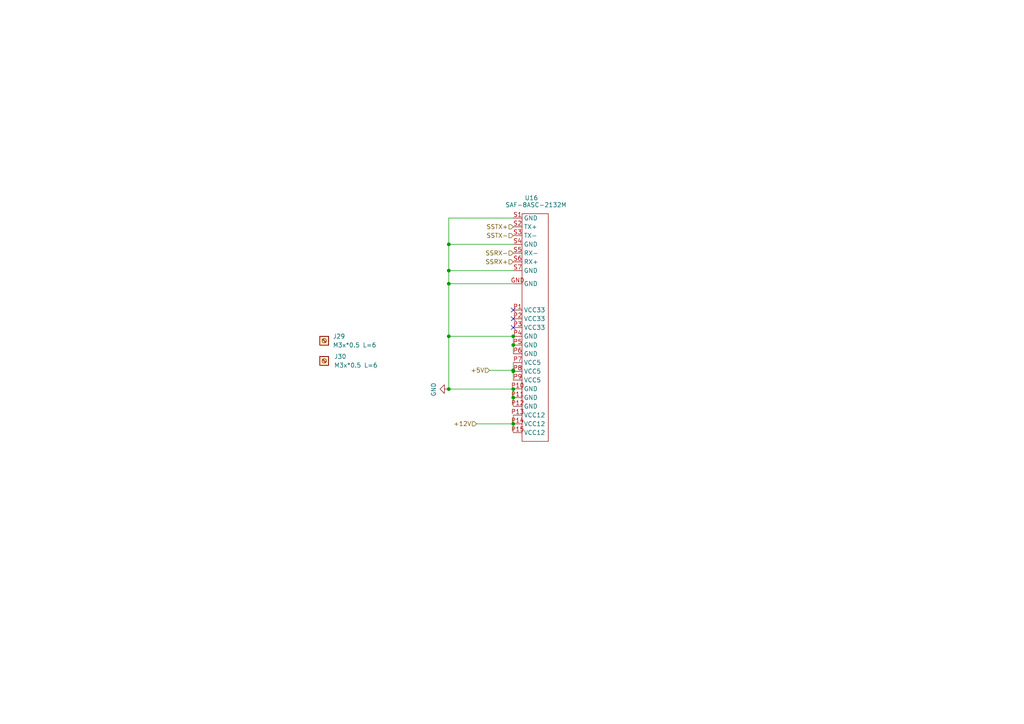
<source format=kicad_sch>
(kicad_sch (version 20231120) (generator "eeschema") (generator_version "8.0")
  (paper "A4")
  (lib_symbols
    (symbol "Connector:Screw_Terminal_01x01" (pin_names (offset 1.016) hide)
      (property "Reference" "J29" (at 2.4847 1.2701 0))
      (property "Value" "M3x*0.5 L=6" (at 2.4847 -1.2699 0))
      (symbol "Screw_Terminal_01x01_1_1"
        (rectangle (start -1.27 1.27) (end 1.27 -1.27) (stroke (width 0.254)) (fill (type background)))
        (polyline (pts (xy -0.5334 0.3302) (xy 0.3302 -0.508)) (stroke (width 0.1524)))
        (polyline (pts (xy -0.3556 0.508) (xy 0.508 -0.3302)) (stroke (width 0.1524)))
        (circle (center 0 0) (radius 0.635) (stroke (width 0.1524)))
      )
    )
    (symbol "SATA:SATA"
      (property "Reference" "U16" (at -1.8016 9.6551 0))
      (property "Value" "5622-1200-ML" (at 1.5004 7.6231 0))
      (symbol "SATA_0_1"
        (rectangle (start -2.54 5.08) (end 5.08 -60.96))
      )
      (symbol "SATA_1_1"
        (pin input line (at -5.08 -15.24 0) (length 2.54) (name "GND") (number "GND"))
        (pin input line (at -5.08 -22.86 0) (length 2.54) (name "VCC33") (number "P1"))
        (pin input line (at -5.08 -45.72 0) (length 2.54) (name "GND") (number "P10"))
        (pin input line (at -5.08 -48.26 0) (length 2.54) (name "GND") (number "P11"))
        (pin input line (at -5.08 -50.8 0) (length 2.54) (name "GND") (number "P12"))
        (pin input line (at -5.08 -53.34 0) (length 2.54) (name "VCC12") (number "P13"))
        (pin input line (at -5.08 -55.88 0) (length 2.54) (name "VCC12") (number "P14"))
        (pin input line (at -5.08 -58.42 0) (length 2.54) (name "VCC12") (number "P15"))
        (pin input line (at -5.08 -25.4 0) (length 2.54) (name "VCC33") (number "P2"))
        (pin input line (at -5.08 -27.94 0) (length 2.54) (name "VCC33") (number "P3"))
        (pin input line (at -5.08 -30.48 0) (length 2.54) (name "GND") (number "P4"))
        (pin input line (at -5.08 -33.02 0) (length 2.54) (name "GND") (number "P5"))
        (pin input line (at -5.08 -35.56 0) (length 2.54) (name "GND") (number "P6"))
        (pin input line (at -5.08 -38.1 0) (length 2.54) (name "VCC5") (number "P7"))
        (pin input line (at -5.08 -40.64 0) (length 2.54) (name "VCC5") (number "P8"))
        (pin input line (at -5.08 -43.18 0) (length 2.54) (name "VCC5") (number "P9"))
        (pin input line (at -5.08 3.81 0) (length 2.54) (name "GND") (number "S1"))
        (pin input line (at -5.08 1.27 0) (length 2.54) (name "TX+") (number "S2"))
        (pin input line (at -5.08 -1.27 0) (length 2.54) (name "TX-") (number "S3"))
        (pin input line (at -5.08 -3.81 0) (length 2.54) (name "GND") (number "S4"))
        (pin input line (at -5.08 -6.35 0) (length 2.54) (name "RX-") (number "S5"))
        (pin input line (at -5.08 -8.89 0) (length 2.54) (name "RX+") (number "S6"))
        (pin input line (at -5.08 -11.43 0) (length 2.54) (name "GND") (number "S7"))
      )
    )
    (symbol "Screw_Terminal_01x01_1" (pin_names (offset 1.016) hide)
      (property "Reference" "J30" (at 2.8515 1.2701 0))
      (property "Value" "M3x*0.5 L=6" (at 2.8515 -1.2699 0))
      (symbol "Screw_Terminal_01x01_1_1_1"
        (rectangle (start -1.27 1.27) (end 1.27 -1.27) (stroke (width 0.254)) (fill (type background)))
        (polyline (pts (xy -0.5334 0.3302) (xy 0.3302 -0.508)) (stroke (width 0.1524)))
        (polyline (pts (xy -0.3556 0.508) (xy 0.508 -0.3302)) (stroke (width 0.1524)))
        (circle (center 0 0) (radius 0.635) (stroke (width 0.1524)))
      )
    )
    (symbol "power:GND" (power) (pin_names (offset 0))
      (property "Value" "GND" (at 0 -3.81 0))
      (symbol "GND_0_1"
        (polyline (pts (xy 0 0) (xy 0 -1.27) (xy 1.27 -1.27) (xy 0 -2.54) (xy -1.27 -1.27) (xy 0 -1.27)))
      )
      (symbol "GND_1_1"
        (pin power_in line (at 0 0 270) (length 0) hide (name "GND") (number "1"))
      )
    )
  )
  (junction (at 148.8676 107.4096))
  (junction (at 130.166 78.4891))
  (junction (at 148.8676 97.5391))
  (junction (at 148.8676 100.0791))
  (junction (at 148.8676 112.8509))
  (junction (at 130.166 70.8691))
  (junction (at 130.166 97.5391))
  (junction (at 130.166 112.8509))
  (junction (at 148.8676 122.9391))
  (junction (at 148.8676 115.3191))
  (junction (at 148.8676 107.6991))
  (junction (at 130.166 82.2991))
  (no_connect (at 148.8676 94.9991))
  (no_connect (at 148.8676 92.4591))
  (no_connect (at 148.8676 89.9191))
  (wire (pts (xy 130.166 112.8509) (xy 148.8676 112.8509)))
  (wire (pts (xy 148.8676 115.3191) (xy 148.8676 117.8591)))
  (wire (pts (xy 148.8676 102.6191) (xy 148.8676 100.0791)))
  (wire (pts (xy 130.166 82.2991) (xy 130.166 97.5391)))
  (wire (pts (xy 148.8676 105.1591) (xy 148.8676 107.4096)))
  (wire (pts (xy 148.8676 112.7791) (xy 148.8676 112.8509)))
  (wire (pts (xy 130.166 97.5391) (xy 130.166 112.8509)))
  (wire (pts (xy 148.8676 107.4096) (xy 148.8676 107.6991)))
  (wire (pts (xy 130.166 78.4891) (xy 130.166 70.8691)))
  (wire (pts (xy 148.8676 120.3991) (xy 148.8676 122.9391)))
  (wire (pts (xy 138.2261 122.9391) (xy 148.8676 122.9391)))
  (wire (pts (xy 130.166 63.2491) (xy 130.166 70.8691)))
  (wire (pts (xy 148.8676 107.4096) (xy 141.9867 107.4096)))
  (wire (pts (xy 148.8676 97.5391) (xy 130.166 97.5391)))
  (wire (pts (xy 148.8676 78.4891) (xy 130.166 78.4891)))
  (wire (pts (xy 148.8676 122.9391) (xy 148.8676 125.4791)))
  (wire (pts (xy 148.8676 112.8509) (xy 148.8676 115.3191)))
  (wire (pts (xy 148.8676 110.2391) (xy 148.8676 107.6991)))
  (wire (pts (xy 130.166 78.4891) (xy 130.166 82.2991)))
  (wire (pts (xy 138.2261 122.9153) (xy 138.2261 122.9391)))
  (wire (pts (xy 148.8676 63.2491) (xy 130.166 63.2491)))
  (wire (pts (xy 130.166 70.8691) (xy 148.8676 70.8691)))
  (wire (pts (xy 148.8676 100.0791) (xy 148.8676 97.5391)))
  (wire (pts (xy 148.8676 82.2991) (xy 130.166 82.2991)))
  (hierarchical_label "SSTX-" (shape input) (at 148.8676 68.3291 180))
  (hierarchical_label "+5V" (shape input) (at 141.9867 107.4096 180))
  (hierarchical_label "SSRX-" (shape input) (at 148.8676 73.4091 180))
  (hierarchical_label "+12V" (shape input) (at 138.2261 122.9153 180))
  (hierarchical_label "SSTX+" (shape input) (at 148.8676 65.7891 180))
  (hierarchical_label "SSRX+" (shape input) (at 148.8676 75.9491 180))
  (symbol (lib_name "Screw_Terminal_01x01_1") (lib_id "Connector:Screw_Terminal_01x01") (at 94.0353 104.681 0) (unit 1)
    (property "Reference" "J30" (at 96.8868 103.4109 0) (effects (justify left)))
    (property "Value" "M3x*0.5 L=6" (at 96.8868 105.9509 0) (effects (justify left)))
    (property "Footprint" "HDMI 2.0 TX:Screw Terminal Shinbo" (effects (hide yes)))
    (property "Description" "Board mounting elevator    M3 hole size, 4 pins PCB-64-M3" (effects (hide yes)))
    (property "MPN" "SMTSO-M3-6ET" (effects (hide yes)))
  )
  (symbol (lib_id "SATA:SATA") (at 153.9476 67.0591 0) (unit 1)
    (property "Reference" "U16" (at 152.146 57.404 0) (effects (justify left)))
    (property "Value" "SAF-8ASC-2132M" (at 155.448 59.436 0))
    (property "Footprint" "SATA_Connector:SATA_Connector_5622-1200-ML" (effects (hide yes)))
    (property "MPN" "SAF-8ASC-2132M" (effects (hide yes)))
  )
  (symbol (lib_id "power:GND") (at 130.166 112.8509 270) (unit 1)
    (property "Reference" "#PWR069" (effects (hide yes)))
    (property "Value" "GND" (at 125.7718 112.9779 0))
  )
  (symbol (lib_id "Connector:Screw_Terminal_01x01") (at 94.0353 98.8308 0) (unit 1)
    (property "Reference" "J29" (at 96.52 97.5607 0) (effects (justify left)))
    (property "Value" "M3x*0.5 L=6" (at 96.52 100.1007 0) (effects (justify left)))
    (property "Footprint" "HDMI 2.0 TX:Screw Terminal Shinbo" (effects (hide yes)))
    (property "Description" "Board mounting elevator    M3 hole size, 4 pins PCB-64-M3" (effects (hide yes)))
    (property "MPN" "SMTSO-M3-6ET" (effects (hide yes)))
  )
)
</source>
